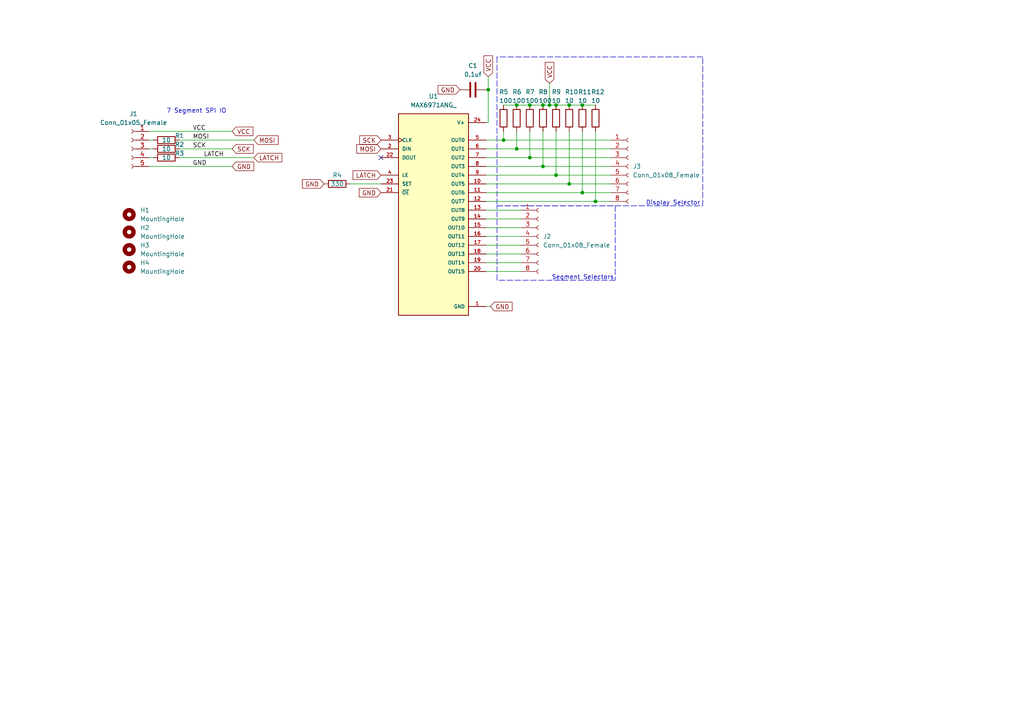
<source format=kicad_sch>
(kicad_sch (version 20211123) (generator eeschema)
  (paper "A4")
  (lib_symbols
    (symbol "Connector:Conn_01x05_Female" (pin_names (offset 1.016) hide)
      (property "Reference" "J" (at 0 7.62 0))
      (property "Value" "Conn_01x05_Female" (at 0 -7.62 0))
      (symbol "Conn_01x05_Female_1_1"
        (arc (start 0 -4.572) (mid -0.508 -5.08) (end 0 -5.588) (stroke (width 0.1524)))
        (arc (start 0 -2.032) (mid -0.508 -2.54) (end 0 -3.048) (stroke (width 0.1524)))
        (polyline (pts (xy -1.27 -5.08) (xy -0.508 -5.08)) (stroke (width 0.1524)))
        (polyline (pts (xy -1.27 -2.54) (xy -0.508 -2.54)) (stroke (width 0.1524)))
        (polyline (pts (xy -1.27 0) (xy -0.508 0)) (stroke (width 0.1524)))
        (polyline (pts (xy -1.27 2.54) (xy -0.508 2.54)) (stroke (width 0.1524)))
        (polyline (pts (xy -1.27 5.08) (xy -0.508 5.08)) (stroke (width 0.1524)))
        (arc (start 0 0.508) (mid -0.508 0) (end 0 -0.508) (stroke (width 0.1524)))
        (arc (start 0 3.048) (mid -0.508 2.54) (end 0 2.032) (stroke (width 0.1524)))
        (arc (start 0 5.588) (mid -0.508 5.08) (end 0 4.572) (stroke (width 0.1524)))
        (pin passive line (at -5.08 5.08 0) (length 3.81) (name "Pin_1") (number "1"))
        (pin passive line (at -5.08 2.54 0) (length 3.81) (name "Pin_2") (number "2"))
        (pin passive line (at -5.08 0 0) (length 3.81) (name "Pin_3") (number "3"))
        (pin passive line (at -5.08 -2.54 0) (length 3.81) (name "Pin_4") (number "4"))
        (pin passive line (at -5.08 -5.08 0) (length 3.81) (name "Pin_5") (number "5"))
      )
    )
    (symbol "Connector:Conn_01x08_Female" (pin_names (offset 1.016) hide)
      (property "Reference" "J" (at 0 10.16 0))
      (property "Value" "Conn_01x08_Female" (at 0 -12.7 0))
      (symbol "Conn_01x08_Female_1_1"
        (arc (start 0 -9.652) (mid -0.508 -10.16) (end 0 -10.668) (stroke (width 0.1524)))
        (arc (start 0 -7.112) (mid -0.508 -7.62) (end 0 -8.128) (stroke (width 0.1524)))
        (arc (start 0 -4.572) (mid -0.508 -5.08) (end 0 -5.588) (stroke (width 0.1524)))
        (arc (start 0 -2.032) (mid -0.508 -2.54) (end 0 -3.048) (stroke (width 0.1524)))
        (polyline (pts (xy -1.27 -10.16) (xy -0.508 -10.16)) (stroke (width 0.1524)))
        (polyline (pts (xy -1.27 -7.62) (xy -0.508 -7.62)) (stroke (width 0.1524)))
        (polyline (pts (xy -1.27 -5.08) (xy -0.508 -5.08)) (stroke (width 0.1524)))
        (polyline (pts (xy -1.27 -2.54) (xy -0.508 -2.54)) (stroke (width 0.1524)))
        (polyline (pts (xy -1.27 0) (xy -0.508 0)) (stroke (width 0.1524)))
        (polyline (pts (xy -1.27 2.54) (xy -0.508 2.54)) (stroke (width 0.1524)))
        (polyline (pts (xy -1.27 5.08) (xy -0.508 5.08)) (stroke (width 0.1524)))
        (polyline (pts (xy -1.27 7.62) (xy -0.508 7.62)) (stroke (width 0.1524)))
        (arc (start 0 0.508) (mid -0.508 0) (end 0 -0.508) (stroke (width 0.1524)))
        (arc (start 0 3.048) (mid -0.508 2.54) (end 0 2.032) (stroke (width 0.1524)))
        (arc (start 0 5.588) (mid -0.508 5.08) (end 0 4.572) (stroke (width 0.1524)))
        (arc (start 0 8.128) (mid -0.508 7.62) (end 0 7.112) (stroke (width 0.1524)))
        (pin passive line (at -5.08 7.62 0) (length 3.81) (name "Pin_1") (number "1"))
        (pin passive line (at -5.08 5.08 0) (length 3.81) (name "Pin_2") (number "2"))
        (pin passive line (at -5.08 2.54 0) (length 3.81) (name "Pin_3") (number "3"))
        (pin passive line (at -5.08 0 0) (length 3.81) (name "Pin_4") (number "4"))
        (pin passive line (at -5.08 -2.54 0) (length 3.81) (name "Pin_5") (number "5"))
        (pin passive line (at -5.08 -5.08 0) (length 3.81) (name "Pin_6") (number "6"))
        (pin passive line (at -5.08 -7.62 0) (length 3.81) (name "Pin_7") (number "7"))
        (pin passive line (at -5.08 -10.16 0) (length 3.81) (name "Pin_8") (number "8"))
      )
    )
    (symbol "Device:C" (pin_numbers hide) (pin_names (offset 0.254))
      (property "Reference" "C" (at 0.635 2.54 0))
      (property "Value" "C" (at 0.635 -2.54 0))
      (symbol "C_0_1"
        (polyline (pts (xy -2.032 -0.762) (xy 2.032 -0.762)) (stroke (width 0.508)))
        (polyline (pts (xy -2.032 0.762) (xy 2.032 0.762)) (stroke (width 0.508)))
      )
      (symbol "C_1_1"
        (pin passive line (at 0 3.81 270) (length 2.794) (name "~") (number "1"))
        (pin passive line (at 0 -3.81 90) (length 2.794) (name "~") (number "2"))
      )
    )
    (symbol "Device:R" (pin_numbers hide) (pin_names (offset 0))
      (property "Reference" "R" (at 2.032 0 90))
      (property "Value" "R" (at 0 0 90))
      (symbol "R_0_1"
        (rectangle (start -1.016 -2.54) (end 1.016 2.54) (stroke (width 0.254)))
      )
      (symbol "R_1_1"
        (pin passive line (at 0 3.81 270) (length 1.27) (name "~") (number "1"))
        (pin passive line (at 0 -3.81 90) (length 1.27) (name "~") (number "2"))
      )
    )
    (symbol "MAX6971ANG_:MAX6971ANG_" (pin_names (offset 1.016))
      (property "Reference" "U" (at -10.16 29.21 0))
      (property "Value" "MAX6971ANG_" (at -10.16 -33.02 0))
      (symbol "MAX6971ANG__0_0"
        (rectangle (start -10.16 -30.48) (end 10.16 27.94) (stroke (width 0.254)) (fill (type background)))
        (pin power_in line (at 15.24 -27.94 180) (length 5.08) (name "GND") (number "1"))
        (pin output line (at 15.24 7.62 180) (length 5.08) (name "OUT5") (number "10"))
        (pin output line (at 15.24 5.08 180) (length 5.08) (name "OUT6") (number "11"))
        (pin output line (at 15.24 2.54 180) (length 5.08) (name "OUT7") (number "12"))
        (pin output line (at 15.24 0 180) (length 5.08) (name "OUT8") (number "13"))
        (pin output line (at 15.24 -2.54 180) (length 5.08) (name "OUT9") (number "14"))
        (pin output line (at 15.24 -5.08 180) (length 5.08) (name "OUT10") (number "15"))
        (pin output line (at 15.24 -7.62 180) (length 5.08) (name "OUT11") (number "16"))
        (pin output line (at 15.24 -10.16 180) (length 5.08) (name "OUT12") (number "17"))
        (pin output line (at 15.24 -12.7 180) (length 5.08) (name "OUT13") (number "18"))
        (pin output line (at 15.24 -15.24 180) (length 5.08) (name "OUT14") (number "19"))
        (pin input line (at -15.24 17.78 0) (length 5.08) (name "DIN") (number "2"))
        (pin output line (at 15.24 -17.78 180) (length 5.08) (name "OUT15") (number "20"))
        (pin input line (at -15.24 5.08 0) (length 5.08) (name "~{OE}") (number "21"))
        (pin output line (at -15.24 15.24 0) (length 5.08) (name "DOUT") (number "22"))
        (pin input line (at -15.24 7.62 0) (length 5.08) (name "SET") (number "23"))
        (pin power_in line (at 15.24 25.4 180) (length 5.08) (name "V+") (number "24"))
        (pin input clock (at -15.24 20.32 0) (length 5.08) (name "CLK") (number "3"))
        (pin input line (at -15.24 10.16 0) (length 5.08) (name "LE") (number "4"))
        (pin output line (at 15.24 20.32 180) (length 5.08) (name "OUT0") (number "5"))
        (pin output line (at 15.24 17.78 180) (length 5.08) (name "OUT1") (number "6"))
        (pin output line (at 15.24 15.24 180) (length 5.08) (name "OUT2") (number "7"))
        (pin output line (at 15.24 12.7 180) (length 5.08) (name "OUT3") (number "8"))
        (pin output line (at 15.24 10.16 180) (length 5.08) (name "OUT4") (number "9"))
      )
    )
    (symbol "Mechanical:MountingHole" (pin_names (offset 1.016))
      (property "Reference" "H" (at 0 5.08 0))
      (property "Value" "MountingHole" (at 0 3.175 0))
      (symbol "MountingHole_0_1"
        (circle (center 0 0) (radius 1.27) (stroke (width 1.27)))
      )
    )
  )
  (junction (at 172.72 58.42))
  (junction (at 168.91 55.88))
  (junction (at 146.05 40.64))
  (junction (at 157.48 30.48))
  (junction (at 149.86 43.18))
  (junction (at 165.1 30.48))
  (junction (at 165.1 53.34))
  (junction (at 141.605 26.035))
  (junction (at 161.29 50.8))
  (junction (at 157.48 48.26))
  (junction (at 168.91 30.48))
  (junction (at 149.86 30.48))
  (junction (at 153.67 45.72))
  (junction (at 161.29 30.48))
  (junction (at 159.385 30.48))
  (junction (at 153.67 30.48))
  (no_connect (at 110.49 45.72))
  (wire (pts (xy 141.605 22.225) (xy 141.605 26.035)))
  (wire (pts (xy 177.165 55.88) (xy 168.91 55.88)))
  (wire (pts (xy 151.13 63.5) (xy 140.97 63.5)))
  (wire (pts (xy 43.18 45.72) (xy 44.45 45.72)))
  (wire (pts (xy 43.18 48.26) (xy 67.31 48.26)))
  (wire (pts (xy 168.91 30.48) (xy 172.72 30.48)))
  (wire (pts (xy 149.86 38.1) (xy 149.86 43.18)))
  (polyline (pts (xy 144.145 16.51) (xy 144.145 59.69)))
  (polyline (pts (xy 178.435 59.69) (xy 178.435 81.28)))
  (wire (pts (xy 52.07 45.72) (xy 73.66 45.72)))
  (wire (pts (xy 52.07 43.18) (xy 67.31 43.18)))
  (wire (pts (xy 165.1 38.1) (xy 165.1 53.34)))
  (wire (pts (xy 43.18 40.64) (xy 44.45 40.64)))
  (wire (pts (xy 161.29 38.1) (xy 161.29 50.8)))
  (wire (pts (xy 151.13 78.74) (xy 140.97 78.74)))
  (wire (pts (xy 151.13 71.12) (xy 140.97 71.12)))
  (wire (pts (xy 157.48 48.26) (xy 140.97 48.26)))
  (wire (pts (xy 165.1 53.34) (xy 140.97 53.34)))
  (polyline (pts (xy 178.435 81.28) (xy 144.145 81.28)))
  (wire (pts (xy 177.165 58.42) (xy 172.72 58.42)))
  (wire (pts (xy 146.05 40.64) (xy 140.97 40.64)))
  (wire (pts (xy 151.13 68.58) (xy 140.97 68.58)))
  (wire (pts (xy 157.48 30.48) (xy 159.385 30.48)))
  (wire (pts (xy 142.24 88.9) (xy 140.97 88.9)))
  (wire (pts (xy 153.67 30.48) (xy 157.48 30.48)))
  (polyline (pts (xy 144.145 59.69) (xy 178.435 59.69)))
  (polyline (pts (xy 144.145 81.28) (xy 144.145 59.69)))
  (wire (pts (xy 159.385 30.48) (xy 161.29 30.48)))
  (wire (pts (xy 101.6 53.34) (xy 110.49 53.34)))
  (wire (pts (xy 149.86 30.48) (xy 153.67 30.48)))
  (wire (pts (xy 146.05 30.48) (xy 149.86 30.48)))
  (wire (pts (xy 177.165 48.26) (xy 157.48 48.26)))
  (wire (pts (xy 177.165 45.72) (xy 153.67 45.72)))
  (wire (pts (xy 141.605 26.035) (xy 141.605 35.56)))
  (polyline (pts (xy 203.835 59.69) (xy 203.835 16.51)))
  (wire (pts (xy 149.86 43.18) (xy 140.97 43.18)))
  (wire (pts (xy 43.18 38.1) (xy 67.31 38.1)))
  (wire (pts (xy 177.165 50.8) (xy 161.29 50.8)))
  (wire (pts (xy 153.67 38.1) (xy 153.67 45.72)))
  (wire (pts (xy 146.05 38.1) (xy 146.05 40.64)))
  (wire (pts (xy 52.07 40.64) (xy 73.66 40.64)))
  (wire (pts (xy 177.165 53.34) (xy 165.1 53.34)))
  (wire (pts (xy 159.385 24.13) (xy 159.385 30.48)))
  (wire (pts (xy 141.605 26.035) (xy 140.97 26.035)))
  (wire (pts (xy 151.13 66.04) (xy 140.97 66.04)))
  (wire (pts (xy 161.29 50.8) (xy 140.97 50.8)))
  (polyline (pts (xy 144.145 59.69) (xy 203.835 59.69)))
  (wire (pts (xy 168.91 38.1) (xy 168.91 55.88)))
  (wire (pts (xy 157.48 38.1) (xy 157.48 48.26)))
  (wire (pts (xy 43.18 43.18) (xy 44.45 43.18)))
  (wire (pts (xy 153.67 45.72) (xy 140.97 45.72)))
  (polyline (pts (xy 203.835 16.51) (xy 144.145 16.51)))
  (wire (pts (xy 177.165 43.18) (xy 149.86 43.18)))
  (wire (pts (xy 151.13 76.2) (xy 140.97 76.2)))
  (wire (pts (xy 172.72 58.42) (xy 140.97 58.42)))
  (wire (pts (xy 161.29 30.48) (xy 165.1 30.48)))
  (wire (pts (xy 172.72 38.1) (xy 172.72 58.42)))
  (wire (pts (xy 141.605 35.56) (xy 140.97 35.56)))
  (wire (pts (xy 168.91 55.88) (xy 140.97 55.88)))
  (wire (pts (xy 151.13 60.96) (xy 140.97 60.96)))
  (wire (pts (xy 165.1 30.48) (xy 168.91 30.48)))
  (wire (pts (xy 177.165 40.64) (xy 146.05 40.64)))
  (wire (pts (xy 151.13 73.66) (xy 140.97 73.66)))
  (text "Segment Selectors" (at 160.02 81.28 0) (effects (font (size 1.27 1.27)) (justify left bottom)))
  (text "7 Segment SPI IO" (at 48.26 33.02 0) (effects (font (size 1.27 1.27)) (justify left bottom)))
  (text "Display Selector\n" (at 187.325 59.69 0) (effects (font (size 1.27 1.27)) (justify left bottom)))
  (label "SCK" (at 55.88 43.18 0))
  (label "MOSI" (at 55.88 40.64 0))
  (label "VCC" (at 55.88 38.1 0))
  (label "GND" (at 55.88 48.26 0))
  (label "LATCH" (at 59.055 45.72 0))
  (global_label "LATCH" (shape input) (at 73.66 45.72 0) (property "Intersheet References" "${INTERSHEET_REFS}" (effects hide)))
  (global_label "GND" (shape input) (at 133.35 26.035 180) (property "Intersheet References" "${INTERSHEET_REFS}" (effects hide)))
  (global_label "VCC" (shape input) (at 159.385 24.13 90) (property "Intersheet References" "${INTERSHEET_REFS}" (effects hide)))
  (global_label "VCC" (shape input) (at 67.31 38.1 0) (property "Intersheet References" "${INTERSHEET_REFS}" (effects hide)))
  (global_label "SCK" (shape input) (at 67.31 43.18 0) (property "Intersheet References" "${INTERSHEET_REFS}" (effects hide)))
  (global_label "GND" (shape input) (at 110.49 55.88 180) (property "Intersheet References" "${INTERSHEET_REFS}" (effects hide)))
  (global_label "GND" (shape input) (at 93.98 53.34 180) (property "Intersheet References" "${INTERSHEET_REFS}" (effects hide)))
  (global_label "LATCH" (shape input) (at 110.49 50.8 180) (property "Intersheet References" "${INTERSHEET_REFS}" (effects hide)))
  (global_label "GND" (shape input) (at 142.24 88.9 0) (property "Intersheet References" "${INTERSHEET_REFS}" (effects hide)))
  (global_label "SCK" (shape input) (at 110.49 40.64 180) (property "Intersheet References" "${INTERSHEET_REFS}" (effects hide)))
  (global_label "MOSI" (shape input) (at 110.49 43.18 180) (property "Intersheet References" "${INTERSHEET_REFS}" (effects hide)))
  (global_label "GND" (shape input) (at 67.31 48.26 0) (property "Intersheet References" "${INTERSHEET_REFS}" (effects hide)))
  (global_label "MOSI" (shape input) (at 73.66 40.64 0) (property "Intersheet References" "${INTERSHEET_REFS}" (effects hide)))
  (global_label "VCC" (shape input) (at 141.605 22.225 90) (property "Intersheet References" "${INTERSHEET_REFS}" (effects hide)))
  (symbol (lib_id "Mechanical:MountingHole") (at 37.465 72.39 0) (unit 1)
    (property "Reference" "H3" (at 40.64 71.1199 0) (effects (justify left)))
    (property "Value" "MountingHole" (at 40.64 73.6599 0) (effects (justify left)))
    (property "Footprint" "MountingHole:MountingHole_2.2mm_M2" (effects hide))
  )
  (symbol (lib_id "Device:R") (at 153.67 34.29 0) (unit 1)
    (property "Reference" "R7" (at 152.4 26.67 0) (effects (justify left)))
    (property "Value" "100" (at 152.4 29.21 0) (effects (justify left)))
    (property "Footprint" "Resistor_SMD:R_0805_2012Metric_Pad1.20x1.40mm_HandSolder" (effects hide))
  )
  (symbol (lib_id "Device:R") (at 97.79 53.34 270) (unit 1)
    (property "Reference" "R4" (at 97.79 50.8 90))
    (property "Value" "330" (at 97.79 53.34 90))
    (property "Footprint" "Resistor_SMD:R_0805_2012Metric_Pad1.20x1.40mm_HandSolder" (effects hide))
  )
  (symbol (lib_id "Device:R") (at 149.86 34.29 0) (unit 1)
    (property "Reference" "R6" (at 148.59 26.67 0) (effects (justify left)))
    (property "Value" "100" (at 148.59 29.21 0) (effects (justify left)))
    (property "Footprint" "Resistor_SMD:R_0805_2012Metric_Pad1.20x1.40mm_HandSolder" (effects hide))
  )
  (symbol (lib_id "Device:R") (at 161.29 34.29 0) (unit 1)
    (property "Reference" "R9" (at 160.02 26.67 0) (effects (justify left)))
    (property "Value" "10" (at 160.02 29.21 0) (effects (justify left)))
    (property "Footprint" "Resistor_SMD:R_0805_2012Metric_Pad1.20x1.40mm_HandSolder" (effects hide))
  )
  (symbol (lib_id "Device:R") (at 48.26 43.18 90) (unit 1)
    (property "Reference" "R2" (at 52.07 41.91 90))
    (property "Value" "10" (at 48.26 43.18 90))
    (property "Footprint" "Resistor_SMD:R_0805_2012Metric_Pad1.20x1.40mm_HandSolder" (effects hide))
  )
  (symbol (lib_id "Device:R") (at 157.48 34.29 0) (unit 1)
    (property "Reference" "R8" (at 156.21 26.67 0) (effects (justify left)))
    (property "Value" "100" (at 156.21 29.21 0) (effects (justify left)))
    (property "Footprint" "Resistor_SMD:R_0805_2012Metric_Pad1.20x1.40mm_HandSolder" (effects hide))
  )
  (symbol (lib_id "Connector:Conn_01x05_Female") (at 38.1 43.18 0) (mirror y) (unit 1)
    (property "Reference" "J1" (at 38.735 33.02 0))
    (property "Value" "Conn_01x05_Female" (at 38.735 35.56 0))
    (property "Footprint" "Connector_PinSocket_2.54mm:PinSocket_1x05_P2.54mm_Vertical" (effects hide))
  )
  (symbol (lib_id "Connector:Conn_01x08_Female") (at 182.245 48.26 0) (unit 1)
    (property "Reference" "J3" (at 183.515 48.2599 0) (effects (justify left)))
    (property "Value" "Conn_01x08_Female" (at 183.515 50.7999 0) (effects (justify left)))
    (property "Footprint" "Connector_PinSocket_2.54mm:PinSocket_1x08_P2.54mm_Vertical" (effects hide))
  )
  (symbol (lib_id "Device:R") (at 165.1 34.29 0) (unit 1)
    (property "Reference" "R10" (at 163.83 26.67 0) (effects (justify left)))
    (property "Value" "10" (at 163.83 29.21 0) (effects (justify left)))
    (property "Footprint" "Resistor_SMD:R_0805_2012Metric_Pad1.20x1.40mm_HandSolder" (effects hide))
  )
  (symbol (lib_id "Mechanical:MountingHole") (at 37.465 77.47 0) (unit 1)
    (property "Reference" "H4" (at 40.64 76.1999 0) (effects (justify left)))
    (property "Value" "MountingHole" (at 40.64 78.7399 0) (effects (justify left)))
    (property "Footprint" "MountingHole:MountingHole_2.2mm_M2" (effects hide))
  )
  (symbol (lib_id "Mechanical:MountingHole") (at 37.465 67.31 0) (unit 1)
    (property "Reference" "H2" (at 40.64 66.0399 0) (effects (justify left)))
    (property "Value" "MountingHole" (at 40.64 68.5799 0) (effects (justify left)))
    (property "Footprint" "MountingHole:MountingHole_2.2mm_M2" (effects hide))
  )
  (symbol (lib_id "Device:C") (at 137.16 26.035 90) (unit 1)
    (property "Reference" "C1" (at 137.16 19.05 90))
    (property "Value" "0.1uf" (at 137.16 21.59 90))
    (property "Footprint" "Capacitor_SMD:C_0805_2012Metric_Pad1.18x1.45mm_HandSolder" (effects hide))
  )
  (symbol (lib_id "Device:R") (at 172.72 34.29 0) (unit 1)
    (property "Reference" "R12" (at 171.45 26.67 0) (effects (justify left)))
    (property "Value" "10" (at 171.45 29.21 0) (effects (justify left)))
    (property "Footprint" "Resistor_SMD:R_0805_2012Metric_Pad1.20x1.40mm_HandSolder" (effects hide))
  )
  (symbol (lib_id "Device:R") (at 168.91 34.29 0) (unit 1)
    (property "Reference" "R11" (at 167.64 26.67 0) (effects (justify left)))
    (property "Value" "10" (at 167.64 29.21 0) (effects (justify left)))
    (property "Footprint" "Resistor_SMD:R_0805_2012Metric_Pad1.20x1.40mm_HandSolder" (effects hide))
  )
  (symbol (lib_id "Device:R") (at 48.26 45.72 90) (unit 1)
    (property "Reference" "R3" (at 52.07 44.45 90))
    (property "Value" "10" (at 48.26 45.72 90))
    (property "Footprint" "Resistor_SMD:R_0805_2012Metric_Pad1.20x1.40mm_HandSolder" (effects hide))
  )
  (symbol (lib_id "Device:R") (at 48.26 40.64 90) (unit 1)
    (property "Reference" "R1" (at 52.07 39.37 90))
    (property "Value" "10" (at 48.26 40.64 90))
    (property "Footprint" "Resistor_SMD:R_0805_2012Metric_Pad1.20x1.40mm_HandSolder" (effects hide))
  )
  (symbol (lib_id "MAX6971ANG_:MAX6971ANG_") (at 125.73 60.96 0) (unit 1)
    (property "Reference" "U1" (at 125.73 27.94 0))
    (property "Value" "MAX6971ANG_" (at 125.73 30.48 0))
    (property "Footprint" "KiCad:DIP794W47P254L3213H457Q24" (effects hide))
    (property "PARTREV" "D" (effects hide))
    (property "MF" "Maxim Integrated" (effects hide))
    (property "STANDARD" "IPC-7251" (effects hide))
  )
  (symbol (lib_id "Mechanical:MountingHole") (at 37.465 62.23 0) (unit 1)
    (property "Reference" "H1" (at 40.64 60.9599 0) (effects (justify left)))
    (property "Value" "MountingHole" (at 40.64 63.4999 0) (effects (justify left)))
    (property "Footprint" "MountingHole:MountingHole_2.2mm_M2" (effects hide))
  )
  (symbol (lib_id "Device:R") (at 146.05 34.29 0) (unit 1)
    (property "Reference" "R5" (at 144.78 26.67 0) (effects (justify left)))
    (property "Value" "100" (at 144.78 29.21 0) (effects (justify left)))
    (property "Footprint" "Resistor_SMD:R_0805_2012Metric_Pad1.20x1.40mm_HandSolder" (effects hide))
  )
  (symbol (lib_id "Connector:Conn_01x08_Female") (at 156.21 68.58 0) (unit 1)
    (property "Reference" "J2" (at 157.48 68.5799 0) (effects (justify left)))
    (property "Value" "Conn_01x08_Female" (at 157.48 71.1199 0) (effects (justify left)))
    (property "Footprint" "Connector_PinSocket_2.54mm:PinSocket_1x08_P2.54mm_Vertical" (effects hide))
  )
)
</source>
